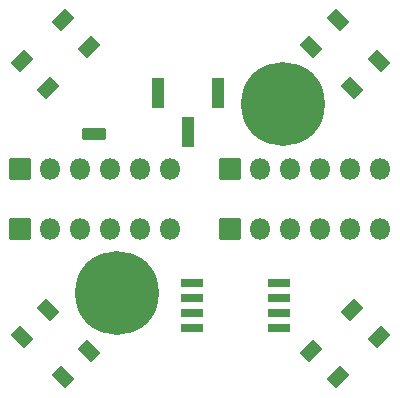
<source format=gts>
%TF.GenerationSoftware,KiCad,Pcbnew,(6.0.7)*%
%TF.CreationDate,2022-09-30T15:50:05-07:00*%
%TF.ProjectId,companion,636f6d70-616e-4696-9f6e-2e6b69636164,rev?*%
%TF.SameCoordinates,Original*%
%TF.FileFunction,Soldermask,Top*%
%TF.FilePolarity,Negative*%
%FSLAX46Y46*%
G04 Gerber Fmt 4.6, Leading zero omitted, Abs format (unit mm)*
G04 Created by KiCad (PCBNEW (6.0.7)) date 2022-09-30 15:50:05*
%MOMM*%
%LPD*%
G01*
G04 APERTURE LIST*
G04 Aperture macros list*
%AMRoundRect*
0 Rectangle with rounded corners*
0 $1 Rounding radius*
0 $2 $3 $4 $5 $6 $7 $8 $9 X,Y pos of 4 corners*
0 Add a 4 corners polygon primitive as box body*
4,1,4,$2,$3,$4,$5,$6,$7,$8,$9,$2,$3,0*
0 Add four circle primitives for the rounded corners*
1,1,$1+$1,$2,$3*
1,1,$1+$1,$4,$5*
1,1,$1+$1,$6,$7*
1,1,$1+$1,$8,$9*
0 Add four rect primitives between the rounded corners*
20,1,$1+$1,$2,$3,$4,$5,0*
20,1,$1+$1,$4,$5,$6,$7,0*
20,1,$1+$1,$6,$7,$8,$9,0*
20,1,$1+$1,$8,$9,$2,$3,0*%
G04 Aperture macros list end*
%ADD10RoundRect,0.050000X-0.850000X-0.325000X0.850000X-0.325000X0.850000X0.325000X-0.850000X0.325000X0*%
%ADD11RoundRect,0.050000X-0.500000X1.255000X-0.500000X-1.255000X0.500000X-1.255000X0.500000X1.255000X0*%
%ADD12RoundRect,0.050000X-0.176777X-0.883883X0.883883X0.176777X0.176777X0.883883X-0.883883X-0.176777X0*%
%ADD13RoundRect,0.050000X-0.883883X0.176777X0.176777X-0.883883X0.883883X-0.176777X-0.176777X0.883883X0*%
%ADD14RoundRect,0.050000X0.176777X0.883883X-0.883883X-0.176777X-0.176777X-0.883883X0.883883X0.176777X0*%
%ADD15RoundRect,0.050000X0.883883X-0.176777X-0.176777X0.883883X-0.883883X0.176777X0.176777X-0.883883X0*%
%ADD16C,4.800000*%
%ADD17C,7.100000*%
%ADD18RoundRect,0.050000X-0.850000X0.850000X-0.850000X-0.850000X0.850000X-0.850000X0.850000X0.850000X0*%
%ADD19O,1.800000X1.800000*%
%ADD20RoundRect,0.300000X0.750000X-0.250000X0.750000X0.250000X-0.750000X0.250000X-0.750000X-0.250000X0*%
G04 APERTURE END LIST*
D10*
%TO.C,U1*%
X24075000Y-24520000D03*
X24075000Y-25790000D03*
X24075000Y-27060000D03*
X24075000Y-28330000D03*
X16775000Y-28330000D03*
X16775000Y-27060000D03*
X16775000Y-25790000D03*
X16775000Y-24520000D03*
%TD*%
D11*
%TO.C,J5*%
X18965000Y-8470000D03*
X16425000Y-11780000D03*
X13885000Y-8470000D03*
%TD*%
D12*
%TO.C,D2*%
X26811218Y-30276041D03*
X29073959Y-32538782D03*
X32538782Y-29073959D03*
X30276041Y-26811218D03*
%TD*%
D13*
%TO.C,D1*%
X4573959Y-26811218D03*
X2311218Y-29073959D03*
X5776041Y-32538782D03*
X8038782Y-30276041D03*
%TD*%
D14*
%TO.C,D4*%
X8038782Y-4573959D03*
X5776041Y-2311218D03*
X2311218Y-5776041D03*
X4573959Y-8038782D03*
%TD*%
D15*
%TO.C,D3*%
X26811218Y-4573959D03*
X29073959Y-2311218D03*
X32538782Y-5776041D03*
X30276041Y-8038782D03*
%TD*%
D16*
%TO.C,H1*%
X10425000Y-25425000D03*
D17*
X10425000Y-25425000D03*
%TD*%
%TO.C,H2*%
X24425000Y-9425000D03*
D16*
X24425000Y-9425000D03*
%TD*%
D18*
%TO.C,J1*%
X2185000Y-14885000D03*
D19*
X4725000Y-14885000D03*
X7265000Y-14885000D03*
X9805000Y-14885000D03*
X12345000Y-14885000D03*
X14885000Y-14885000D03*
%TD*%
%TO.C,J2*%
X14885000Y-19965000D03*
X12345000Y-19965000D03*
X9805000Y-19965000D03*
X7265000Y-19965000D03*
X4725000Y-19965000D03*
D18*
X2185000Y-19965000D03*
%TD*%
D19*
%TO.C,J3*%
X32665000Y-14885000D03*
X30125000Y-14885000D03*
X27585000Y-14885000D03*
X25045000Y-14885000D03*
X22505000Y-14885000D03*
D18*
X19965000Y-14885000D03*
%TD*%
D19*
%TO.C,J4*%
X32665000Y-19965000D03*
X30125000Y-19965000D03*
X27585000Y-19965000D03*
X25045000Y-19965000D03*
X22505000Y-19965000D03*
D18*
X19965000Y-19965000D03*
%TD*%
D20*
%TO.C,J6*%
X8425000Y-11925000D03*
%TD*%
M02*

</source>
